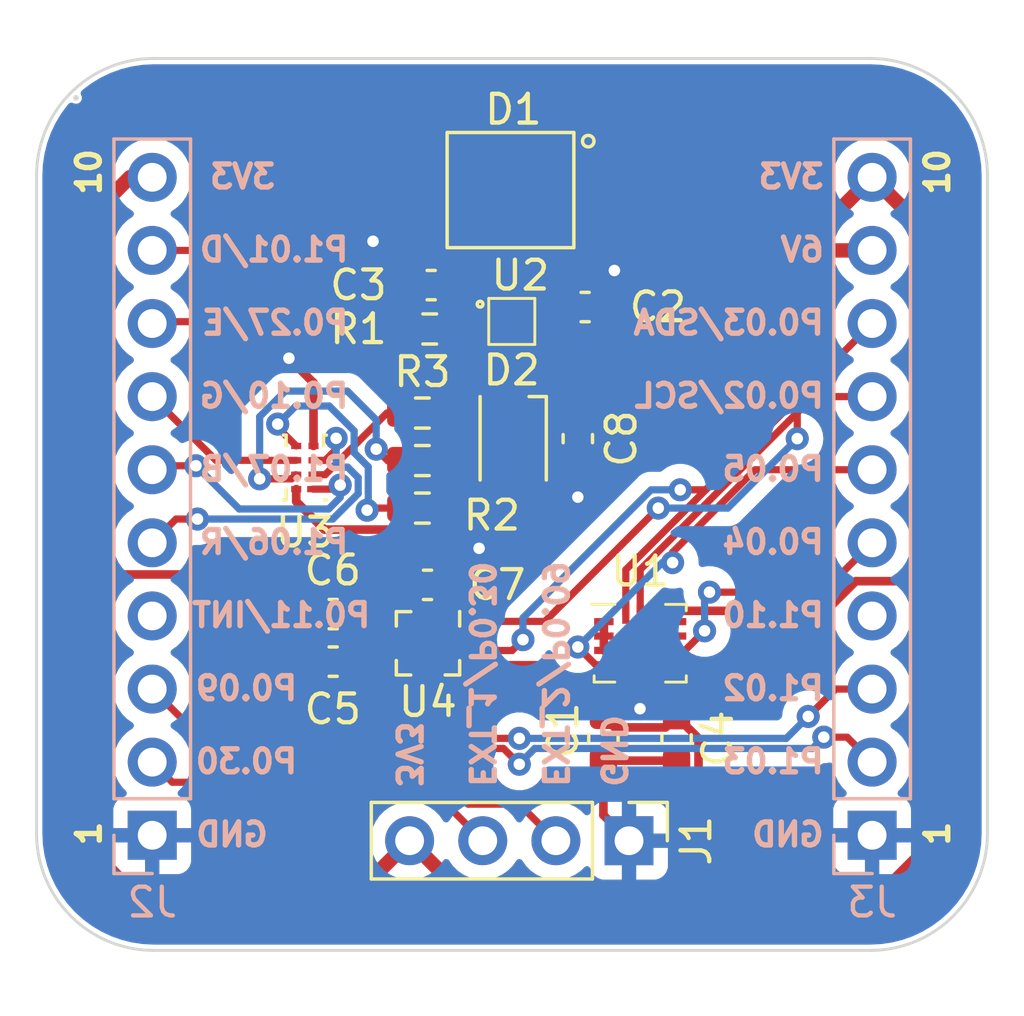
<source format=kicad_pcb>
(kicad_pcb (version 20221018) (generator pcbnew)
  (layers (0 "F.Cu" signal) (31 "B.Cu" power) (34 "B.Paste" user) (35 "F.Paste" user) (36 "B.SilkS" user "B.Silkscreen") (37 "F.SilkS" user "F.Silkscreen") (38 "B.Mask" user) (39 "F.Mask" user) (44 "Edge.Cuts" user))
  (net 0 "")
  (net 1 "GND")
  (net 2 "+3V3")
  (net 3 "Net-(D1-A)")
  (net 4 "Net-(D1-K)")
  (net 5 "LED_R")
  (net 6 "LED_B")
  (net 7 "SCL")
  (net 8 "SDA")
  (net 9 "LED_G")
  (net 10 "LH2_D")
  (net 11 "LH2_E")
  (net 12 "EXT_2")
  (net 13 "EXT_1")
  (net 14 "+6V")
  (net 15 "INT1")
  (net 17 "Net-(D2-RK)")
  (net 18 "Net-(D2-BK)")
  (net 19 "Net-(D2-GK)")
  (net 21 "INT2")
  (net 22 "Net-(U2-AVDD)")
  (net 23 "Net-(U2-RBIAS)")
  (net 24 "Net-(R2-Pad1)")
  (net 25 "Net-(R3-Pad1)")
  (net 26 "Net-(R4-Pad1)")
  (net 29 "Net-(U4-C1)")
  (net 30 "Net-(U4-Vdd)")
  (net 31 "INT")
  (net 32 "DRDY")
  (footprint "Resistor_SMD:R_0603_1608Metric" (layer "F.Cu") (at 139.382 108.331)
    (fp_text reference "R3" (at 0 -1.43) (layer "F.SilkS"))
    (fp_text value "470")
    (fp_line (start -0.237258 -0.5225) (end 0.237258 -0.5225) (stroke (width 0.12)) (layer "F.SilkS"))
    (fp_line (start -0.237258 0.5225) (end 0.237258 0.5225) (stroke (width 0.12)) (layer "F.SilkS"))
    (pad "1" smd roundrect (at -0.825 0) (size 0.8 0.95) (layers "F.Cu" "F.Paste" "F.Mask") (net 25 "Net-(R3-Pad1)"))
    (pad "2" smd roundrect (at 0.825 0) (size 0.8 0.95) (layers "F.Cu" "F.Paste" "F.Mask") (net 19 "Net-(D2-GK)"))
  )
  (footprint "Resistor_SMD:R_0603_1608Metric" (layer "F.Cu") (at 139.382 109.982)
    (fp_text reference "R4" hide)
    (fp_text value "261")
    (fp_line (start -0.237258 -0.5225) (end 0.237258 -0.5225) (stroke (width 0.12)) (layer "F.SilkS"))
    (fp_line (start -0.237258 0.5225) (end 0.237258 0.5225) (stroke (width 0.12)) (layer "F.SilkS"))
    (pad "1" smd roundrect (at -0.825 0) (size 0.8 0.95) (layers "F.Cu" "F.Paste" "F.Mask") (net 26 "Net-(R4-Pad1)"))
    (pad "2" smd roundrect (at 0.825 0) (size 0.8 0.95) (layers "F.Cu" "F.Paste" "F.Mask") (net 18 "Net-(D2-BK)"))
  )
  (footprint "DotBot:TS4231" (layer "F.Cu") (at 142.486 105.148)
    (fp_text reference "U2" (at 0.3 -1.6) (layer "F.SilkS"))
    (fp_text value "TS4231")
    (fp_line (start -0.8 -0.8) (end 0.8 -0.8) (stroke (width 0.1)) (layer "F.SilkS"))
    (fp_line (start -0.8 0.8) (end -0.8 -0.8) (stroke (width 0.1)) (layer "F.SilkS"))
    (fp_line (start 0.8 -0.8) (end 0.8 0.8) (stroke (width 0.1)) (layer "F.SilkS"))
    (fp_line (start 0.8 0.8) (end -0.8 0.8) (stroke (width 0.1)) (layer "F.SilkS"))
    (fp_circle (center -1.1 -0.6) (end -1 -0.6) (stroke (width 0.12)) (fill none) (layer "F.SilkS"))
    (pad "A1" smd circle (at -0.5 -0.5) (size 0.4 0.4) (layers "F.Cu" "F.Paste" "F.Mask") (net 22 "Net-(U2-AVDD)"))
    (pad "A2" smd circle (at 0 -0.5) (size 0.4 0.4) (layers "F.Cu" "F.Paste" "F.Mask") (net 3 "Net-(D1-A)"))
    (pad "A3" smd circle (at 0.5 -0.5) (size 0.4 0.4) (layers "F.Cu" "F.Paste" "F.Mask") (net 4 "Net-(D1-K)"))
    (pad "B1" smd circle (at -0.5 0) (size 0.4 0.4) (layers "F.Cu" "F.Paste" "F.Mask") (net 23 "Net-(U2-RBIAS)"))
    (pad "B2" smd circle (at 0 0) (size 0.4 0.4) (layers "F.Cu" "F.Paste" "F.Mask") (net 1 "GND"))
    (pad "B3" smd circle (at 0.5 0) (size 0.4 0.4) (layers "F.Cu" "F.Paste" "F.Mask") (net 1 "GND"))
    (pad "C1" smd circle (at -0.5 0.5) (size 0.4 0.4) (layers "F.Cu" "F.Paste" "F.Mask") (net 10 "LH2_D"))
    (pad "C2" smd circle (at 0 0.5) (size 0.4 0.4) (layers "F.Cu" "F.Paste" "F.Mask") (net 11 "LH2_E"))
    (pad "C3" smd circle (at 0.5 0.5) (size 0.4 0.4) (layers "F.Cu" "F.Paste" "F.Mask") (net 2 "+3V3"))
  )
  (footprint "Package_LGA:LGA-12_2x2mm_P0.5mm" (layer "F.Cu") (at 139.577 116.3315 -90)
    (fp_text reference "U4" (at 2.0325 0.004 -180) (layer "F.SilkS"))
    (fp_text value "LIS3MDL")
    (fp_line (start -1.1 -1.1) (end -1.1 -1.1) (stroke (width 0.12)) (layer "F.SilkS"))
    (fp_line (start -1.1 0.6) (end -1.1 0.6) (stroke (width 0.12)) (layer "F.SilkS"))
    (fp_line (start -1.1 1.1) (end -1.1 0.6) (stroke (width 0.12)) (layer "F.SilkS"))
    (fp_line (start -0.6 -1.1) (end -1.1 -1.1) (stroke (width 0.12)) (layer "F.SilkS"))
    (fp_line (start -0.6 1.1) (end -1.1 1.1) (stroke (width 0.12)) (layer "F.SilkS"))
    (fp_line (start 0.6 -1.1) (end 1.1 -1.1) (stroke (width 0.12)) (layer "F.SilkS"))
    (fp_line (start 0.6 1.1) (end 0.6 1.1) (stroke (width 0.12)) (layer "F.SilkS"))
    (fp_line (start 1.1 -1.1) (end 1.1 -0.6) (stroke (width 0.12)) (layer "F.SilkS"))
    (fp_line (start 1.1 -0.6) (end 1.1 -0.6) (stroke (width 0.12)) (layer "F.SilkS"))
    (fp_line (start 1.1 0.6) (end 1.1 1.1) (stroke (width 0.12)) (layer "F.SilkS"))
    (fp_line (start 1.1 1.1) (end 0.6 1.1) (stroke (width 0.12)) (layer "F.SilkS"))
    (pad "1" smd rect (at -0.7625 -0.75 270) (size 0.375 0.35) (layers "F.Cu" "F.Paste" "F.Mask") (net 7 "SCL"))
    (pad "2" smd rect (at -0.7625 -0.25 270) (size 0.375 0.35) (layers "F.Cu" "F.Paste" "F.Mask") (net 1 "GND"))
    (pad "3" smd rect (at -0.7625 0.25 270) (size 0.375 0.35) (layers "F.Cu" "F.Paste" "F.Mask") (net 1 "GND"))
    (pad "4" smd rect (at -0.7625 0.75 270) (size 0.375 0.35) (layers "F.Cu" "F.Paste" "F.Mask") (net 29 "Net-(U4-C1)"))
    (pad "5" smd rect (at -0.25 0.7625) (size 0.375 0.35) (layers "F.Cu" "F.Paste" "F.Mask") (net 30 "Net-(U4-Vdd)"))
    (pad "6" smd rect (at 0.25 0.7625) (size 0.375 0.35) (layers "F.Cu" "F.Paste" "F.Mask") (net 2 "+3V3"))
    (pad "7" smd rect (at 0.7625 0.75 270) (size 0.375 0.35) (layers "F.Cu" "F.Paste" "F.Mask") (net 31 "INT"))
    (pad "8" smd rect (at 0.7625 0.25 270) (size 0.375 0.35) (layers "F.Cu" "F.Paste" "F.Mask") (net 32 "DRDY"))
    (pad "9" smd rect (at 0.7625 -0.25 270) (size 0.375 0.35) (layers "F.Cu" "F.Paste" "F.Mask") (net 1 "GND"))
    (pad "10" smd rect (at 0.7625 -0.75 270) (size 0.375 0.35) (layers "F.Cu" "F.Paste" "F.Mask") (net 2 "+3V3"))
    (pad "11" smd rect (at 0.25 -0.7625) (size 0.375 0.35) (layers "F.Cu" "F.Paste" "F.Mask") (net 8 "SDA"))
    (pad "12" smd rect (at -0.25 -0.7625) (size 0.375 0.35) (layers "F.Cu" "F.Paste" "F.Mask") (net 1 "GND"))
  )
  (footprint "Capacitor_SMD:C_0603_1608Metric" (layer "F.Cu") (at 144.78 109.22 -90)
    (fp_text reference "C8" (at 0 -1.511 90) (layer "F.SilkS"))
    (fp_text value "100nF")
    (fp_line (start -0.14058 -0.51) (end 0.14058 -0.51) (stroke (width 0.12)) (layer "F.SilkS"))
    (fp_line (start -0.14058 0.51) (end 0.14058 0.51) (stroke (width 0.12)) (layer "F.SilkS"))
    (pad "1" smd roundrect (at -0.775 0 270) (size 0.9 0.95) (layers "F.Cu" "F.Paste" "F.Mask") (net 14 "+6V"))
    (pad "2" smd roundrect (at 0.775 0 270) (size 0.9 0.95) (layers "F.Cu" "F.Paste" "F.Mask") (net 1 "GND"))
  )
  (footprint "Connector_PinHeader_2.54mm:PinHeader_1x04_P2.54mm_Vertical" (layer "F.Cu") (at 146.558 123.19 -90)
    (fp_text reference "J1" (at 0 -2.33 90) (layer "F.SilkS"))
    (fp_text value "Conn_01x04")
    (fp_line (start -1.33 -1.33) (end 0 -1.33) (stroke (width 0.12)) (layer "F.SilkS"))
    (fp_line (start -1.33 0) (end -1.33 -1.33) (stroke (width 0.12)) (layer "F.SilkS"))
    (fp_line (start -1.33 1.27) (end -1.33 8.95) (stroke (width 0.12)) (layer "F.SilkS"))
    (fp_line (start -1.33 1.27) (end 1.33 1.27) (stroke (width 0.12)) (layer "F.SilkS"))
    (fp_line (start -1.33 8.95) (end 1.33 8.95) (stroke (width 0.12)) (layer "F.SilkS"))
    (fp_line (start 1.33 1.27) (end 1.33 8.95) (stroke (width 0.12)) (layer "F.SilkS"))
    (pad "1" thru_hole rect (at 0 0 270) (size 1.7 1.7) (drill 1) (layers "*.Cu" "*.Mask") (net 1 "GND"))
    (pad "2" thru_hole oval (at 0 2.54 270) (size 1.7 1.7) (drill 1) (layers "*.Cu" "*.Mask") (net 12 "EXT_2"))
    (pad "3" thru_hole oval (at 0 5.08 270) (size 1.7 1.7) (drill 1) (layers "*.Cu" "*.Mask") (net 13 "EXT_1"))
    (pad "4" thru_hole oval (at 0 7.62 270) (size 1.7 1.7) (drill 1) (layers "*.Cu" "*.Mask") (net 2 "+3V3"))
  )
  (footprint "Capacitor_SMD:C_0603_1608Metric" (layer "F.Cu") (at 145.034 104.648)
    (fp_text reference "C2" (at 2.527 0) (layer "F.SilkS"))
    (fp_text value "100nF")
    (fp_line (start -0.14058 -0.51) (end 0.14058 -0.51) (stroke (width 0.12)) (layer "F.SilkS"))
    (fp_line (start -0.14058 0.51) (end 0.14058 0.51) (stroke (width 0.12)) (layer "F.SilkS"))
    (pad "1" smd roundrect (at -0.775 0) (size 0.9 0.95) (layers "F.Cu" "F.Paste" "F.Mask") (net 1 "GND"))
    (pad "2" smd roundrect (at 0.775 0) (size 0.9 0.95) (layers "F.Cu" "F.Paste" "F.Mask") (net 2 "+3V3"))
  )
  (footprint "Resistor_SMD:R_0603_1608Metric" (layer "F.Cu") (at 139.637 105.41)
    (fp_text reference "R1" (at -2.477 0) (layer "F.SilkS"))
    (fp_text value "15k")
    (fp_line (start -0.237258 -0.5225) (end 0.237258 -0.5225) (stroke (width 0.12)) (layer "F.SilkS"))
    (fp_line (start -0.237258 0.5225) (end 0.237258 0.5225) (stroke (width 0.12)) (layer "F.SilkS"))
    (pad "1" smd roundrect (at -0.825 0) (size 0.8 0.95) (layers "F.Cu" "F.Paste" "F.Mask") (net 1 "GND"))
    (pad "2" smd roundrect (at 0.825 0) (size 0.8 0.95) (layers "F.Cu" "F.Paste" "F.Mask") (net 23 "Net-(U2-RBIAS)"))
  )
  (footprint "Capacitor_SMD:C_0603_1608Metric" (layer "F.Cu") (at 145.669 119.634 -90)
    (fp_text reference "C1" (at -0.267 1.397 90) (layer "F.SilkS"))
    (fp_text value "100nF")
    (fp_line (start -0.14058 -0.51) (end 0.14058 -0.51) (stroke (width 0.12)) (layer "F.SilkS"))
    (fp_line (start -0.14058 0.51) (end 0.14058 0.51) (stroke (width 0.12)) (layer "F.SilkS"))
    (pad "1" smd roundrect (at -0.775 0 270) (size 0.9 0.95) (layers "F.Cu" "F.Paste" "F.Mask") (net 2 "+3V3"))
    (pad "2" smd roundrect (at 0.775 0 270) (size 0.9 0.95) (layers "F.Cu" "F.Paste" "F.Mask") (net 1 "GND"))
  )
  (footprint "LED_SMD:LED_Cree-PLCC4_2x2mm_CW" (layer "F.Cu") (at 142.536 109.208 -90)
    (fp_text reference "D2" (at -2.363821 0.05718 -180) (layer "F.SilkS"))
    (fp_text value "CLMVC-FKA")
    (fp_line (start -1.45 -1.15) (end 1.45 -1.15) (stroke (width 0.12)) (layer "F.SilkS"))
    (fp_line (start -1.45 -0.55) (end -1.45 -1.15) (stroke (width 0.12)) (layer "F.SilkS"))
    (fp_line (start -1.45 1.15) (end 1.45 1.15) (stroke (width 0.12)) (layer "F.SilkS"))
    (pad "1" smd rect (at -0.75 -0.55 270) (size 1 0.8) (layers "F.Cu" "F.Paste" "F.Mask") (net 14 "+6V"))
    (pad "2" smd rect (at 0.75 -0.55 270) (size 1 0.8) (layers "F.Cu" "F.Paste" "F.Mask") (net 17 "Net-(D2-RK)"))
    (pad "3" smd rect (at 0.75 0.55 270) (size 1 0.8) (layers "F.Cu" "F.Paste" "F.Mask") (net 18 "Net-(D2-BK)"))
    (pad "4" smd rect (at -0.75 0.55 270) (size 1 0.8) (layers "F.Cu" "F.Paste" "F.Mask") (net 19 "Net-(D2-GK)"))
  )
  (footprint "Package_LGA:Bosch_LGA-14_3x2.5mm_P0.5mm" (layer "F.Cu") (at 146.9465 116.3285)
    (fp_text reference "U1" (at 0 -2.5) (layer "F.SilkS"))
    (fp_text value "ISM330DHCXTR")
    (fp_line (start -1.7 -1.35) (end -0.88 -1.35) (stroke (width 0.1)) (layer "F.SilkS"))
    (fp_line (start -1.6 1.35) (end -1.6 1.13) (stroke (width 0.1)) (layer "F.SilkS"))
    (fp_line (start -1.6 1.35) (end -0.88 1.35) (stroke (width 0.1)) (layer "F.SilkS"))
    (fp_line (start 0.88 -1.35) (end 1.6 -1.35) (stroke (width 0.1)) (layer "F.SilkS"))
    (fp_line (start 1.6 -1.35) (end 1.6 -1.13) (stroke (width 0.1)) (layer "F.SilkS"))
    (fp_line (start 1.6 1.13) (end 1.6 1.35) (stroke (width 0.1)) (layer "F.SilkS"))
    (fp_line (start 1.6 1.35) (end 0.88 1.35) (stroke (width 0.1)) (layer "F.SilkS"))
    (pad "1" smd rect (at -1.2625 -0.75) (size 0.675 0.25) (layers "F.Cu" "F.Paste" "F.Mask") (net 1 "GND"))
    (pad "2" smd rect (at -1.2625 -0.25) (size 0.675 0.25) (layers "F.Cu" "F.Paste" "F.Mask") (net 1 "GND"))
    (pad "3" smd rect (at -1.2625 0.25) (size 0.675 0.25) (layers "F.Cu" "F.Paste" "F.Mask") (net 1 "GND"))
    (pad "4" smd rect (at -1.2625 0.75) (size 0.675 0.25) (layers "F.Cu" "F.Paste" "F.Mask") (net 15 "INT1"))
    (pad "5" smd rect (at -0.5 1.0125) (size 0.25 0.675) (layers "F.Cu" "F.Paste" "F.Mask") (net 2 "+3V3"))
    (pad "6" smd rect (at 0 1.0125) (size 0.25 0.675) (layers "F.Cu" "F.Paste" "F.Mask") (net 1 "GND"))
    (pad "7" smd rect (at 0.5 1.0125) (size 0.25 0.675) (layers "F.Cu" "F.Paste" "F.Mask") (net 1 "GND"))
    (pad "8" smd rect (at 1.2625 0.75) (size 0.675 0.25) (layers "F.Cu" "F.Paste" "F.Mask") (net 2 "+3V3"))
    (pad "9" smd rect (at 1.2625 0.25) (size 0.675 0.25) (layers "F.Cu" "F.Paste" "F.Mask") (net 21 "INT2"))
    (pad "10" smd rect (at 1.2625 -0.25) (size 0.675 0.25) (layers "F.Cu" "F.Paste" "F.Mask"))
    (pad "11" smd rect (at 1.2625 -0.75) (size 0.675 0.25) (layers "F.Cu" "F.Paste" "F.Mask"))
    (pad "12" smd rect (at 0.5 -1.0125) (size 0.25 0.675) (layers "F.Cu" "F.Paste" "F.Mask") (net 2 "+3V3"))
    (pad "13" smd rect (at 0 -1.0125) (size 0.25 0.675) (layers "F.Cu" "F.Paste" "F.Mask") (net 7 "SCL"))
    (pad "14" smd rect (at -0.5 -1.0125) (size 0.25 0.675) (layers "F.Cu" "F.Paste" "F.Mask") (net 8 "SDA"))
  )
  (footprint "Resistor_SMD:R_0603_1608Metric" (layer "F.Cu") (at 139.382 111.633)
    (fp_text reference "R2" (at 2.413 0.254) (layer "F.SilkS"))
    (fp_text value "240")
    (fp_line (start -0.237258 -0.5225) (end 0.237258 -0.5225) (stroke (width 0.12)) (layer "F.SilkS"))
    (fp_line (start -0.237258 0.5225) (end 0.237258 0.5225) (stroke (width 0.12)) (layer "F.SilkS"))
    (pad "1" smd roundrect (at -0.825 0) (size 0.8 0.95) (layers "F.Cu" "F.Paste" "F.Mask") (net 24 "Net-(R2-Pad1)"))
    (pad "2" smd roundrect (at 0.825 0) (size 0.8 0.95) (layers "F.Cu" "F.Paste" "F.Mask") (net 17 "Net-(D2-RK)"))
  )
  (footprint "Capacitor_SMD:C_0603_1608Metric" (layer "F.Cu") (at 139.687 103.886)
    (fp_text reference "C3" (at -2.527 0) (layer "F.SilkS"))
    (fp_text value "1uF")
    (fp_line (start -0.14058 -0.51) (end 0.14058 -0.51) (stroke (width 0.12)) (layer "F.SilkS"))
    (fp_line (start -0.14058 0.51) (end 0.14058 0.51) (stroke (width 0.12)) (layer "F.SilkS"))
    (pad "1" smd roundrect (at -0.775 0) (size 0.9 0.95) (layers "F.Cu" "F.Paste" "F.Mask") (net 1 "GND"))
    (pad "2" smd roundrect (at 0.775 0) (size 0.9 0.95) (layers "F.Cu" "F.Paste" "F.Mask") (net 22 "Net-(U2-AVDD)"))
  )
  (footprint "Capacitor_SMD:C_0603_1608Metric" (layer "F.Cu") (at 148.209 119.647 -90)
    (fp_text reference "C4" (at 0 -1.43 90) (layer "F.SilkS"))
    (fp_text value "100nF")
    (fp_line (start -0.14058 -0.51) (end 0.14058 -0.51) (stroke (width 0.12)) (layer "F.SilkS"))
    (fp_line (start -0.14058 0.51) (end 0.14058 0.51) (stroke (width 0.12)) (layer "F.SilkS"))
    (pad "1" smd roundrect (at -0.775 0 270) (size 0.9 0.95) (layers "F.Cu" "F.Paste" "F.Mask") (net 2 "+3V3"))
    (pad "2" smd roundrect (at 0.775 0 270) (size 0.9 0.95) (layers "F.Cu" "F.Paste" "F.Mask") (net 1 "GND"))
  )
  (footprint "DotBot:BPW34" (layer "F.Cu") (at 142.442 100.584)
    (fp_text reference "D1" (at 0.1 -2.8) (layer "F.SilkS"))
    (fp_text value "BPW34S")
    (fp_line (start -2.2 -2) (end 2.2 -2) (stroke (width 0.12)) (layer "F.SilkS"))
    (fp_line (start -2.2 2) (end -2.2 -2) (stroke (width 0.12)) (layer "F.SilkS"))
    (fp_line (start 2.2 -2) (end 2.2 2) (stroke (width 0.12)) (layer "F.SilkS"))
    (fp_line (start 2.2 2) (end -2.2 2) (stroke (width 0.12)) (layer "F.SilkS"))
    (fp_circle (center 2.7 -1.7) (end 2.9 -1.7) (stroke (width 0.12)) (fill none) (layer "F.SilkS"))
    (pad "1" smd rect (at 3.1 0) (size 1.4 2) (layers "F.Cu" "F.Paste" "F.Mask") (net 4 "Net-(D1-K)"))
    (pad "2" smd rect (at -3 0) (size 1.4 1.2) (layers "F.Cu" "F.Paste" "F.Mask") (net 3 "Net-(D1-A)"))
  )
  (footprint "DotBot:SOT833-1-8_1x1.95_Pitch0.5mm" (layer "F.Cu") (at 135.301 110.224 180)
    (fp_text reference "U3" (at 0 -2.25 180) (layer "F.SilkS"))
    (fp_text value "74LVC3G34")
    (fp_line (start -0.75 -1.125) (end -0.675 -1.125) (stroke (width 0.12)) (layer "F.SilkS"))
    (fp_line (start -0.75 1.125) (end -0.65 1.125) (stroke (width 0.12)) (layer "F.SilkS"))
    (fp_line (start -0.65 1.125) (end -0.65 0.75) (stroke (width 0.12)) (layer "F.SilkS"))
    (fp_line (start 0.65 -1.125) (end 0.65 -0.75) (stroke (width 0.12)) (layer "F.SilkS"))
    (fp_line (start 0.65 1.125) (end 0.65 0.75) (stroke (width 0.12)) (layer "F.SilkS"))
    (fp_line (start 0.75 -1.125) (end 0.65 -1.125) (stroke (width 0.12)) (layer "F.SilkS"))
    (fp_line (start 0.75 1.125) (end 0.65 1.125) (stroke (width 0.12)) (layer "F.SilkS"))
    (pad "1" smd rect (at -0.28 -0.75 180) (size 0.4 0.22) (layers "F.Cu" "F.Paste" "F.Mask") (net 6 "LED_B"))
    (pad "2" smd rect (at -0.3 -0.25 270) (size 0.22 0.35) (layers "F.Cu" "F.Paste" "F.Mask") (net 25 "Net-(R3-Pad1)"))
    (pad "3" smd rect (at -0.3 0.25 270) (size 0.22 0.35) (layers "F.Cu" "F.Paste" "F.Mask") (net 5 "LED_R"))
    (pad "4" smd rect (at -0.3 0.75 270) (size 0.22 0.35) (layers "F.Cu" "F.Paste" "F.Mask") (net 1 "GND"))
    (pad "5" smd rect (at 0.3 0.75 270) (size 0.22 0.35) (layers "F.Cu" "F.Paste" "F.Mask") (net 24 "Net-(R2-Pad1)"))
    (pad "6" smd rect (at 0.3 0.25 270) (size 0.22 0.35) (layers "F.Cu" "F.Paste" "F.Mask") (net 9 "LED_G"))
    (pad "7" smd rect (at 0.3 -0.25 270) (size 0.22 0.35) (layers "F.Cu" "F.Paste" "F.Mask") (net 26 "Net-(R4-Pad1)"))
    (pad "8" smd rect (at 0.3 -0.75 270) (size 0.22 0.35) (layers "F.Cu" "F.Paste" "F.Mask") (net 14 "+6V"))
  )
  (footprint "Capacitor_SMD:C_0603_1608Metric" (layer "F.Cu") (at 136.284 115.316)
    (fp_text reference "C6" (at -0.013 -1.524) (layer "F.SilkS"))
    (fp_text value "1uF")
    (fp_line (start -0.14058 -0.51) (end 0.14058 -0.51) (stroke (width 0.12)) (layer "F.SilkS"))
    (fp_line (start -0.14058 0.51) (end 0.14058 0.51) (stroke (width 0.12)) (layer "F.SilkS"))
    (pad "1" smd roundrect (at -0.775 0) (size 0.9 0.95) (layers "F.Cu" "F.Paste" "F.Mask") (net 2 "+3V3"))
    (pad "2" smd roundrect (at 0.775 0) (size 0.9 0.95) (layers "F.Cu" "F.Paste" "F.Mask") (net 30 "Net-(U4-Vdd)"))
  )
  (footprint "Capacitor_SMD:C_0603_1608Metric" (layer "F.Cu") (at 136.284 116.967)
    (fp_text reference "C5" (at -0.013 1.651 180) (layer "F.SilkS"))
    (fp_text value "100nF")
    (fp_line (start -0.14058 -0.51) (end 0.14058 -0.51) (stroke (width 0.12)) (layer "F.SilkS"))
    (fp_line (start -0.14058 0.51) (end 0.14058 0.51) (stroke (width 0.12)) (layer "F.SilkS"))
    (pad "1" smd roundrect (at -0.775 0) (size 0.9 0.95) (layers "F.Cu" "F.Paste" "F.Mask") (net 2 "+3V3"))
    (pad "2" smd roundrect (at 0.775 0) (size 0.9 0.95) (layers "F.Cu" "F.Paste" "F.Mask") (net 30 "Net-(U4-Vdd)"))
  )
  (footprint "Capacitor_SMD:C_0603_1608Metric" (layer "F.Cu") (at 139.56 114.3)
    (fp_text reference "C7" (at 2.426 0) (layer "F.SilkS"))
    (fp_text value "100nF")
    (fp_line (start -0.14058 -0.51) (end 0.14058 -0.51) (stroke (width 0.12)) (layer "F.SilkS"))
    (fp_line (start -0.14058 0.51) (end 0.14058 0.51) (stroke (width 0.12)) (layer "F.SilkS"))
    (pad "1" smd roundrect (at -0.775 0) (size 0.9 0.95) (layers "F.Cu" "F.Paste" "F.Mask") (net 29 "Net-(U4-C1)"))
    (pad "2" smd roundrect (at 0.775 0) (size 0.9 0.95) (layers "F.Cu" "F.Paste" "F.Mask") (net 1 "GND"))
  )
  (footprint "Connector_PinHeader_2.54mm:PinHeader_1x10_P2.54mm_Vertical" (layer "B.Cu") (at 155 123)
    (fp_text reference "J3" (at 0 2.33) (layer "B.SilkS") (effects (justify mirror)))
    (fp_text value "Conn_01x10")
    (fp_line (start -1.33 -24.19) (end 1.33 -24.19) (stroke (width 0.12)) (layer "B.SilkS"))
    (fp_line (start -1.33 -1.27) (end -1.33 -24.19) (stroke (width 0.12)) (layer "B.SilkS"))
    (fp_line (start -1.33 -1.27) (end 1.33 -1.27) (stroke (width 0.12)) (layer "B.SilkS"))
    (fp_line (start -1.33 0) (end -1.33 1.33) (stroke (width 0.12)) (layer "B.SilkS"))
    (fp_line (start -1.33 1.33) (end 0 1.33) (stroke (width 0.12)) (layer "B.SilkS"))
    (fp_line (start 1.33 -1.27) (end 1.33 -24.19) (stroke (width 0.12)) (layer "B.SilkS"))
    (pad "1" thru_hole rect (at 0 0) (size 1.7 1.7) (drill 1) (layers "*.Cu" "*.Mask") (net 1 "GND"))
    (pad "2" thru_hole oval (at 0 -2.54) (size 1.7 1.7) (drill 1) (layers "*.Cu" "*.Mask") (net 31 "INT"))
    (pad "3" thru_hole oval (at 0 -5.08) (size 1.7 1.7) (drill 1) (layers "*.Cu" "*.Mask") (net 32 "DRDY"))
    (pad "4" thru_hole oval (at 0 -7.62) (size 1.7 1.7) (drill 1) (layers "*.Cu" "*.Mask"))
    (pad "5" thru_hole oval (at 0 -10.16) (size 1.7 1.7) (drill 1) (layers "*.Cu" "*.Mask") (net 21 "INT2"))
    (pad "6" thru_hole oval (at 0 -12.7) (size 1.7 1.7) (drill 1) (layers "*.Cu" "*.Mask") (net 15 "INT1"))
    (pad "7" thru_hole oval (at 0 -15.24) (size 1.7 1.7) (drill 1) (layers "*.Cu" "*.Mask") (net 7 "SCL"))
    (pad "8" thru_hole oval (at 0 -17.78) (size 1.7 1.7) (drill 1) (layers "*.Cu" "*.Mask") (net 8 "SDA"))
    (pad "9" thru_hole oval (at 0 -20.32) (size 1.7 1.7) (drill 1) (layers "*.Cu" "*.Mask") (net 14 "+6V"))
    (pad "10" thru_hole oval (at 0 -22.86) (size 1.7 1.7) (drill 1) (layers "*.Cu" "*.Mask") (net 2 "+3V3"))
  )
  (footprint "Connector_PinHeader_2.54mm:PinHeader_1x10_P2.54mm_Vertical" (layer "B.Cu") (at 130 123)
    (fp_text reference "J2" (at 0 2.33) (layer "B.SilkS") (effects (justify mirror)))
    (fp_text value "Conn_01x10")
    (fp_line (start -1.33 -24.19) (end 1.33 -24.19) (stroke (width 0.12)) (layer "B.SilkS"))
    (fp_line (start -1.33 -1.27) (end -1.33 -24.19) (stroke (width 0.12)) (layer "B.SilkS"))
    (fp_line (start -1.33 -1.27) (end 1.33 -1.27) (stroke (width 0.12)) (layer "B.SilkS"))
    (fp_line (start -1.33 0) (end -1.33 1.33) (stroke (width 0.12)) (layer "B.SilkS"))
    (fp_line (start -1.33 1.33) (end 0 1.33) (stroke (width 0.12)) (layer "B.SilkS"))
    (fp_line (start 1.33 -1.27) (end 1.33 -24.19) (stroke (width 0.12)) (layer "B.SilkS"))
    (pad "1" thru_hole rect (at 0 0) (size 1.7 1.7) (drill 1) (layers "*.Cu" "*.Mask") (net 1 "GND"))
    (pad "2" thru_hole oval (at 0 -2.54) (size 1.7 1.7) (drill 1) (layers "*.Cu" "*.Mask") (net 13 "EXT_1"))
    (pad "3" thru_hole oval (at 0 -5.08) (size 1.7 1.7) (drill 1) (layers "*.Cu" "*.Mask") (net 12 "EXT_2"))
    (pad "4" thru_hole oval (at 0 -7.62) (size 1.7 1.7) (drill 1) (layers "*.Cu" "*.Mask"))
    (pad "5" thru_hole oval (at 0 -10.16) (size 1.7 1.7) (drill 1) (layers "*.Cu" "*.Mask") (net 5 "LED_R"))
    (pad "6" thru_hole oval (at 0 -12.7) (size 1.7 1.7) (drill 1) (layers "*.Cu" "*.Mask") (net 6 "LED_B"))
    (pad "7" thru_hole oval (at 0 -15.24) (size 1.7 1.7) (drill 1) (layers "*.Cu" "*.Mask") (net 9 "LED_G"))
    (pad "8" thru_hole oval (at 0 -17.78) (size 1.7 1.7) (drill 1) (layers "*.Cu" "*.Mask") (net 11 "LH2_E"))
    (pad "9" thru_hole oval (at 0 -20.32) (size 1.7 1.7) (drill 1) (layers "*.Cu" "*.Mask") (net 10 "LH2_D"))
    (pad "10" thru_hole oval (at 0 -22.86) (size 1.7 1.7) (drill 1) (layers "*.Cu" "*.Mask") (net 2 "+3V3"))
  )
  (gr_line (start 125.984 122.936) (end 125.984 100.076) (stroke (width 0.1)) (layer "Edge.Cuts"))
  (gr_arc (start 125.984 100.076) (mid 127.174318 97.202318) (end 130.048 96.012) (stroke (width 0.1)) (layer "Edge.Cuts"))
  (gr_arc (start 127.353923 97.381923) (mid 127.353923 97.381923) (end 127.353923 97.381923) (stroke (width 0.1)) (layer "Edge.Cuts"))
  (gr_arc (start 130.048 127) (mid 127.174318 125.809682) (end 125.984 122.936) (stroke (width 0.1)) (layer "Edge.Cuts"))
  (gr_arc (start 159.004 122.936) (mid 157.813682 125.809682) (end 154.94 127) (stroke (width 0.1)) (layer "Edge.Cuts"))
  (gr_line (start 159.004 122.936) (end 159.004 100.076) (stroke (width 0.1)) (layer "Edge.Cuts"))
  (gr_line (start 154.94 96.012) (end 130.048 96.012) (stroke (width 0.1)) (layer "Edge.Cuts"))
  (gr_arc (start 154.94 96.012) (mid 157.813682 97.202318) (end 159.004 100.076) (stroke (width 0.1)) (layer "Edge.Cuts"))
  (gr_line (start 130.048 127) (end 154.94 127) (stroke (width 0.1)) (layer "Edge.Cuts"))
  (gr_text "EXT_1/P0.30" (at 140.97 121.412 270) (layer "B.SilkS") (effects (font (size 0.8 0.8) (thickness 0.1875)) (justify left bottom mirror)))
  (gr_text "P1.01/D" (at 136.906 103.124) (layer "B.SilkS") (effects (font (size 0.8 0.8) (thickness 0.1875)) (justify left bottom mirror)))
  (gr_text "P1.07/B" (at 136.906 110.744) (layer "B.SilkS") (effects (font (size 0.8 0.8) (thickness 0.1875)) (justify left bottom mirror)))
  (gr_text "P1.06/R" (at 136.906 113.284) (layer "B.SilkS") (effects (font (size 0.8 0.8) (thickness 0.1875)) (justify left bottom mirror)))
  (gr_text "P1.03" (at 153.416 120.904) (layer "B.SilkS") (effects (font (size 0.8 0.8) (thickness 0.1875)) (justify left bottom mirror)))
  (gr_text "P0.30" (at 135.128 120.904) (layer "B.SilkS") (effects (font (size 0.8 0.8) (thickness 0.1875)) (justify left bottom mirror)))
  (gr_text "P0.11/INT" (at 137.668 115.824) (layer "B.SilkS") (effects (font (size 0.8 0.8) (thickness 0.1875)) (justify left bottom mirror)))
  (gr_text "P0.09" (at 135.128 118.364) (layer "B.SilkS") (effects (font (size 0.8 0.8) (thickness 0.1875)) (justify left bottom mirror)))
  (gr_text "GND" (at 145.542 121.412 270) (layer "B.SilkS") (effects (font (size 0.8 0.8) (thickness 0.1875)) (justify left bottom mirror)))
  (gr_text "P0.05" (at 153.416 110.744) (layer "B.SilkS") (effects (font (size 0.8 0.8) (thickness 0.1875)) (justify left bottom mirror)))
  (gr_text "3V3" (at 153.416 100.584) (layer "B.SilkS") (effects (font (size 0.8 0.8) (thickness 0.1875)) (justify left bottom mirror)))
  (gr_text "GND" (at 153.416 123.444) (layer "B.SilkS") (effects (font (size 0.8 0.8) (thickness 0.1875)) (justify left bottom mirror)))
  (gr_text "3V3" (at 134.366 100.584) (layer "B.SilkS") (effects (font (size 0.8 0.8) (thickness 0.1875)) (justify left bottom mirror)))
  (gr_text "P0.02/SCL" (at 153.416 108.204) (layer "B.SilkS") (effects (font (size 0.8 0.8) (thickness 0.1875)) (justify left bottom mirror)))
  (gr_text "GND" (at 134.112 123.444) (layer "B.SilkS") (effects (font (size 0.8 0.8) (thickness 0.1875)) (justify left bottom mirror)))
  (gr_text "P0.04" (at 153.416 113.284) (layer "B.SilkS") (effects (font (size 0.8 0.8) (thickness 0.1875)) (justify left bottom mirror)))
  (gr_text "P1.10" (at 153.416 115.824) (layer "B.SilkS") (effects (font (size 0.8 0.8) (thickness 0.1875)) (justify left bottom mirror)))
  (gr_text "P0.27/E" (at 136.906 105.664) (layer "B.SilkS") (effects (font (size 0.8 0.8) (thickness 0.1875)) (justify left bottom mirror)))
  (gr_text "P1.02" (at 153.416 118.364) (layer "B.SilkS") (effects (font (size 0.8 0.8) (thickness 0.1875)) (justify left bottom mirror)))
  (gr_text "P0.10/G" (at 136.906 108.204) (layer "B.SilkS") (effects (font (size 0.8 0.8) (thickness 0.1875)) (justify left bottom mirror)))
  (gr_text "EXT_2/P0.09" (at 143.51 121.412 270) (layer "B.SilkS") (effects (font (size 0.8 0.8) (thickness 0.1875)) (justify left bottom mirror)))
  (gr_text "6V" (at 153.416 103.124) (layer "B.SilkS") (effects (font (size 0.8 0.8) (thickness 0.1875)) (justify left bottom mirror)))
  (gr_text "3V3" (at 138.43 121.412 270) (layer "B.SilkS") (effects (font (size 0.8 0.8) (thickness 0.1875)) (justify left bottom mirror)))
  (gr_text "P0.03/SDA" (at 153.416 105.664) (layer "B.SilkS") (effects (font (size 0.8 0.8) (thickness 0.1875)) (justify left bottom mirror)))
  (gr_text "1" (at 128.27 123.444 90) (layer "F.SilkS") (effects (font (size 0.8 0.8) (thickness 0.1875)) (justify left bottom)))
  (gr_text "10" (at 128.27 100.838 90) (layer "F.SilkS") (effects (font (size 0.8 0.8) (thickness 0.1875)) (justify left bottom)))
  (gr_text "1" (at 157.734 123.444 90) (layer "F.SilkS") (effects (font (size 0.8 0.8) (thickness 0.1875)) (justify left bottom)))
  (gr_text "10" (at 157.734 100.838 90) (layer "F.SilkS") (effects (font (size 0.8 0.8) (thickness 0.1875)) (justify left bottom)))
  (segment (start 145.684 116.5785) (end 145.684 115.5785) (width 0.3) (layer "F.Cu") (net 1))
  (segment (start 146.9465 117.341) (end 146.9465 116.7035) (width 0.3) (layer "F.Cu") (net 1))
  (segment (start 147.4465 117.341) (end 146.9465 117.341) (width 0.3) (layer "F.Cu") (net 1))
  (segment (start 145.529 103.378) (end 146.05 103.378) (width 0.3) (layer "F.Cu") (net 1))
  (segment (start 142.986 105.148) (end 143.759 105.148) (width 0.3) (layer "F.Cu") (net 1))
  (segment (start 146.8215 116.5785) (end 145.684 116.5785) (width 0.3) (layer "F.Cu") (net 1))
  (segment (start 144.259 104.648) (end 145.529 103.378) (width 0.3) (layer "F.Cu") (net 1))
  (segment (start 144.78 109.995) (end 144.78 111.252) (width 0.5) (layer "F.Cu") (net 1))
  (segment (start 138.812 103.986) (end 138.912 103.886) (width 0.5) (layer "F.Cu") (net 1))
  (segment (start 139.827 114.681) (end 140.335 114.173) (width 0.3) (layer "F.Cu") (net 1))
  (segment (start 140.335 114.173) (end 140.335 114.046) (width 0.3) (layer "F.Cu") (net 1))
  (segment (start 140.3395 116.0815) (end 139.852 116.0815) (width 0.3) (layer "F.Cu") (net 1))
  (segment (start 139.852 116.0815) (end 139.827 116.0565) (width 0.3) (layer "F.Cu") (net 1))
  (segment (start 142.486 105.148) (end 142.986 105.148) (width 0.3) (layer "F.Cu") (net 1))
  (segment (start 146.9465 118.596) (end 146.9465 117.341) (width 0.3) (layer "F.Cu") (net 1))
  (segment (start 143.759 105.148) (end 144.259 104.648) (width 0.3) (layer "F.Cu") (net 1))
  (segment (start 138.812 105.41) (end 138.812 103.986) (width 0.5) (layer "F.Cu") (net 1))
  (segment (start 138.912 103.886) (end 138.912 103.606) (width 0.5) (layer "F.Cu") (net 1))
  (segment (start 145.669 120.409) (end 148.196 120.409) (width 0.3) (layer "F.Cu") (net 1))
  (segment (start 140.335 114.046) (end 141.351 113.03) (width 0.3) (layer "F.Cu") (net 1))
  (segment (start 145.669 120.409) (end 145.669 122.301) (width 0.3) (layer "F.Cu") (net 1))
  (segment (start 148.196 120.409) (end 148.209 120.422) (width 0.3) (layer "F.Cu") (net 1))
  (segment (start 139.827 115.569) (end 139.827 114.681) (width 0.3) (layer "F.Cu") (net 1))
  (segment (start 134.747 106.426) (end 135.601 107.28) (width 0.3) (layer "F.Cu") (net 1))
  (segment (start 145.669 122.301) (end 146.558 123.19) (width 0.3) (layer "F.Cu") (net 1))
  (segment (start 139.827 116.1065) (end 139.852 116.0815) (width 0.3) (layer "F.Cu") (net 1))
  (segment (start 139.327 115.569) (end 139.827 115.569) (width 0.3) (layer "F.Cu") (net 1))
  (segment (start 139.827 117.094) (end 139.827 116.1065) (width 0.3) (layer "F.Cu") (net 1))
  (segment (start 138.912 103.606) (end 137.668 102.362) (width 0.5) (layer "F.Cu") (net 1))
  (segment (start 146.9465 116.7035) (end 146.8215 116.5785) (width 0.3) (layer "F.Cu") (net 1))
  (segment (start 146.939 118.6035) (end 146.9465 118.596) (width 0.3) (layer "F.Cu") (net 1))
  (segment (start 135.601 107.28) (end 135.601 109.474) (width 0.3) (layer "F.Cu") (net 1))
  (segment (start 139.827 116.0565) (end 139.827 115.569) (width 0.3) (layer "F.Cu") (net 1))
  (via (at 146.05 103.378) (size 0.8) (drill 0.4) (layers "F.Cu" "B.Cu") (net 1))
  (via (at 144.78 111.252) (size 0.8) (drill 0.4) (layers "F.Cu" "B.Cu") (net 1))
  (via (at 134.747 106.426) (size 0.8) (drill 0.4) (layers "F.Cu" "B.Cu") (net 1))
  (via (at 137.668 102.362) (size 0.8) (drill 0.4) (layers "F.Cu" "B.Cu") (net 1))
  (via (at 141.351 113.03) (size 0.8) (drill 0.4) (layers "F.Cu" "B.Cu") (net 1))
  (via (at 146.939 118.6035) (size 0.8) (drill 0.4) (layers "F.Cu" "B.Cu") (net 1))
  (segment (start 148.209 118.872) (end 148.971 119.634) (width 0.3) (layer "F.Cu") (net 2))
  (segment (start 147.559 115.2035) (end 153.4015 115.2035) (width 0.3) (layer "F.Cu") (net 2))
  (segment (start 146.063 119.253) (end 147.828 119.253) (width 0.3) (layer "F.Cu") (net 2))
  (segment (start 128.016 101.346) (end 129.222 100.14) (width 0.5) (layer "F.Cu") (net 2))
  (segment (start 128.016 114.3) (end 128.016 101.346) (width 0.5) (layer "F.Cu") (net 2))
  (segment (start 138.049 117.0095) (end 138.049 117.729) (width 0.3) (layer "F.Cu") (net 2))
  (segment (start 140.97 125.222) (end 147.828 125.222) (width 0.5) (layer "F.Cu") (net 2))
  (segment (start 136.335 117.819) (end 135.61 117.094) (width 0.3) (layer "F.Cu") (net 2))
  (segment (start 155.178 125.222) (end 156.718 123.682) (width 0.5) (layer "F.Cu") (net 2))
  (segment (start 156.718 123.682) (end 156.718 118.872) (width 0.5) (layer "F.Cu") (net 2))
  (segment (start 156.718 101.858) (end 155 100.14) (width 0.5) (layer "F.Cu") (net 2))
  (segment (start 156.718 103.632) (end 156.718 101.858) (width 0.5) (layer "F.Cu") (net 2))
  (segment (start 128.016 123.698) (end 128.016 114.3) (width 0.5) (layer "F.Cu") (net 2))
  (segment (start 147.828 125.222) (end 148.336 125.222) (width 0.5) (layer "F.Cu") (net 2))
  (segment (start 148.971 119.634) (end 148.971 125.222) (width 0.3) (layer "F.Cu") (net 2))
  (segment (start 156.718 116.967) (end 156.718 116.586) (width 0.5) (layer "F.Cu") (net 2))
  (segment (start 154.432 114.173) (end 156.718 114.173) (width 0.3) (layer "F.Cu") (net 2))
  (segment (start 138.938 123.19) (end 137.16 124.968) (width 0.5) (layer "F.Cu") (net 2))
  (segment (start 137.959 117.819) (end 136.335 117.819) (width 0.3) (layer "F.Cu") (net 2))
  (segment (start 138.938 123.19) (end 140.97 125.222) (width 0.5) (layer "F.Cu") (net 2))
  (segment (start 146.4465 117.341) (end 146.4465 118.0815) (width 0.3) (layer "F.Cu") (net 2))
  (segment (start 156.718 111.506) (end 156.718 110.998) (width 0.5) (layer "F.Cu") (net 2))
  (segment (start 133.518 115.443) (end 132.015 113.94) (width 0.3) (layer "F.Cu") (net 2))
  (segment (start 153.4015 115.2035) (end 154.432 114.173) (width 0.3) (layer "F.Cu") (net 2))
  (segment (start 147.828 119.253) (end 148.209 118.872) (width 0.3) (layer "F.Cu") (net 2))
  (segment (start 148.336 125.222) (end 148.971 125.222) (width 0.5) (layer "F.Cu") (net 2))
  (segment (start 138.477 116.5815) (end 138.049 117.0095) (width 0.3) (layer "F.Cu") (net 2))
  (segment (start 132.015 113.94) (end 128.376 113.94) (width 0.3) (layer "F.Cu") (net 2))
  (segment (start 144.809 105.648) (end 145.809 104.648) (width 0.3) (layer "F.Cu") (net 2))
  (segment (start 156.718 110.998) (end 156.718 103.632) (width 0.5) (layer "F.Cu") (net 2))
  (segment (start 147.4465 115.316) (end 147.559 115.2035) (width 0.3) (layer "F.Cu") (net 2))
  (segment (start 143.904 117.094) (end 145.669 118.859) (width 0.3) (layer "F.Cu") (net 2))
  (segment (start 156.718 116.586) (end 156.718 114.173) (width 0.5) (layer "F.Cu") (net 2))
  (segment (start 135.61 115.443) (end 133.518 115.443) (width 0.3) (layer "F.Cu") (net 2))
  (segment (start 137.16 124.968) (end 129.286 124.968) (width 0.5) (layer "F.Cu") (net 2))
  (segment (start 129.222 100.14) (end 130 100.14) (width 0.5) (layer "F.Cu") (net 2))
  (segment (start 142.986 105.648) (end 144.809 105.648) (width 0.3) (layer "F.Cu") (net 2))
  (segment (start 129.286 124.968) (end 128.016 123.698) (width 0.5) (layer "F.Cu") (net 2))
  (segment (start 146.4465 118.0815) (end 145.669 118.859) (width 0.3) (layer "F.Cu") (net 2))
  (segment (start 148.209 117.0785) (end 148.209 118.872) (width 0.3) (layer "F.Cu") (net 2))
  (segment (start 138.8145 116.5815) (end 138.477 116.5815) (width 0.3) (layer "F.Cu") (net 2))
  (segment (start 156.718 118.872) (end 156.718 116.967) (width 0.5) (layer "F.Cu") (net 2))
  (segment (start 140.327 117.094) (end 143.904 117.094) (width 0.3) (layer "F.Cu") (net 2))
  (segment (start 148.971 125.222) (end 155.178 125.222) (width 0.5) (layer "F.Cu") (net 2))
  (segment (start 156.718 113.792) (end 156.718 111.506) (width 0.5) (layer "F.Cu") (net 2))
  (segment (start 145.809 104.648) (end 150.492 104.648) (width 0.5) (layer "F.Cu") (net 2))
  (segment (start 135.61 117.094) (end 135.61 115.443) (width 0.3) (layer "F.Cu") (net 2))
  (segment (start 128.376 113.94) (end 128.016 114.3) (width 0.3) (layer "F.Cu") (net 2))
  (segment (start 150.492 104.648) (end 155 100.14) (width 0.5) (layer "F.Cu") (net 2))
  (segment (start 138.049 117.729) (end 137.959 117.819) (width 0.3) (layer "F.Cu") (net 2))
  (segment (start 145.669 118.859) (end 146.063 119.253) (width 0.3) (layer "F.Cu") (net 2))
  (segment (start 156.718 114.173) (end 156.718 113.792) (width 0.5) (layer "F.Cu") (net 2))
  (segment (start 139.442 100.584) (end 142.486 103.628) (width 0.25) (layer "F.Cu") (net 3))
  (segment (start 142.486 103.628) (end 142.486 104.648) (width 0.25) (layer "F.Cu") (net 3))
  (segment (start 142.986 103.394) (end 145.542 100.838) (width 0.25) (layer "F.Cu") (net 4))
  (segment (start 142.986 104.648) (end 142.986 103.394) (width 0.25) (layer "F.Cu") (net 4))
  (segment (start 145.542 100.838) (end 145.542 100.584) (width 0.25) (layer "F.Cu") (net 4))
  (segment (start 131.572 112.014) (end 130.826 112.014) (width 0.25) (layer "F.Cu") (net 5))
  (segment (start 136.387411 109.592589) (end 136.387411 109.209411) (width 0.25) (layer "F.Cu") (net 5))
  (segment (start 130.826 112.014) (end 130 112.84) (width 0.25) (layer "F.Cu") (net 5))
  (segment (start 135.601 109.974) (end 136.006 109.974) (width 0.25) (layer "F.Cu") (net 5))
  (segment (start 136.006 109.974) (end 136.387411 109.592589) (width 0.25) (layer "F.Cu") (net 5))
  (via (at 131.572 112.014) (size 0.8) (drill 0.4) (layers "F.Cu" "B.Cu") (net 5))
  (via (at 136.387411 109.209411) (size 0.8) (drill 0.4) (layers "F.Cu" "B.Cu") (net 5))
  (segment (start 136.387411 110.199967) (end 136.398 110.210556) (width 0.25) (layer "B.Cu") (net 5))
  (segment (start 136.786505 110.210556) (end 137.152621 110.576672) (width 0.25) (layer "B.Cu") (net 5))
  (segment (start 137.152621 111.132379) (end 136.271 112.014) (width 0.25) (layer "B.Cu") (net 5))
  (segment (start 136.271 112.014) (end 131.572 112.014) (width 0.25) (layer "B.Cu") (net 5))
  (segment (start 137.152621 110.576672) (end 137.152621 111.132379) (width 0.25) (layer "B.Cu") (net 5))
  (segment (start 136.387411 109.209411) (end 136.387411 110.199967) (width 0.25) (layer "B.Cu") (net 5))
  (segment (start 136.398 110.210556) (end 136.786505 110.210556) (width 0.25) (layer "B.Cu") (net 5))
  (segment (start 130.15711 110.14289) (end 130 110.3) (width 0.25) (layer "F.Cu") (net 6))
  (segment (start 130.137911 110.162089) (end 130 110.3) (width 0.25) (layer "F.Cu") (net 6))
  (segment (start 131.518911 110.162089) (end 130.137911 110.162089) (width 0.25) (layer "F.Cu") (net 6))
  (segment (start 135.581 110.974) (end 136.389177 110.974) (width 0.25) (layer "F.Cu") (net 6))
  (segment (start 136.389177 110.974) (end 136.527621 110.835556) (width 0.25) (layer "F.Cu") (net 6))
  (via (at 136.527621 110.835556) (size 0.8) (drill 0.4) (layers "F.Cu" "B.Cu") (net 6))
  (via (at 131.518911 110.162089) (size 0.8) (drill 0.4) (layers "F.Cu" "B.Cu") (net 6))
  (segment (start 136.527621 110.835556) (end 136.527621 111.262405) (width 0.25) (layer "B.Cu") (net 6))
  (segment (start 136.126026 111.664) (end 133.020822 111.664) (width 0.25) (layer "B.Cu") (net 6))
  (segment (start 136.527621 111.262405) (end 136.126026 111.664) (width 0.25) (layer "B.Cu") (net 6))
  (segment (start 133.020822 111.664) (end 131.518911 110.162089) (width 0.25) (layer "B.Cu") (net 6))
  (segment (start 152.954974 107.76) (end 155 107.76) (width 0.25) (layer "F.Cu") (net 7))
  (segment (start 146.9465 113.768474) (end 152.645987 108.068987) (width 0.25) (layer "F.Cu") (net 7))
  (segment (start 152.4 109.22) (end 152.4 108.314974) (width 0.25) (layer "F.Cu") (net 7))
  (segment (start 146.9465 115.316) (end 146.9465 113.768474) (width 0.25) (layer "F.Cu") (net 7))
  (segment (start 152.4 108.314974) (end 152.645987 108.068987) (width 0.25) (layer "F.Cu") (net 7))
  (segment (start 143.638 115.569) (end 147.574 111.633) (width 0.25) (layer "F.Cu") (net 7))
  (segment (start 152.645987 108.068987) (end 152.954974 107.76) (width 0.25) (layer "F.Cu") (net 7))
  (segment (start 140.327 115.569) (end 143.638 115.569) (width 0.25) (layer "F.Cu") (net 7))
  (via (at 152.4 109.22) (size 0.8) (drill 0.4) (layers "F.Cu" "B.Cu") (net 7))
  (via (at 147.574 111.633) (size 0.8) (drill 0.4) (layers "F.Cu" "B.Cu") (net 7))
  (segment (start 147.574 111.633) (end 149.987 111.633) (width 0.25) (layer "B.Cu") (net 7))
  (segment (start 149.987 111.633) (end 152.4 109.22) (width 0.25) (layer "B.Cu") (net 7))
  (segment (start 146.4465 113.7735) (end 149.414 110.806) (width 0.25) (layer "F.Cu") (net 8))
  (segment (start 140.3395 116.5815) (end 142.4985 116.5815) (width 0.25) (layer "F.Cu") (net 8))
  (segment (start 149.414 110.806) (end 155 105.22) (width 0.25) (layer "F.Cu") (net 8))
  (segment (start 146.4465 115.316) (end 146.4465 113.7735) (width 0.25) (layer "F.Cu") (net 8))
  (segment (start 142.4985 116.5815) (end 142.875 116.205) (width 0.25) (layer "F.Cu") (net 8))
  (segment (start 148.336 110.998) (end 149.222 110.998) (width 0.25) (layer "F.Cu") (net 8))
  (segment (start 149.222 110.998) (end 149.414 110.806) (width 0.25) (layer "F.Cu") (net 8))
  (via (at 142.875 116.205) (size 0.8) (drill 0.4) (layers "F.Cu" "B.Cu") (net 8))
  (via (at 148.336 110.998) (size 0.8) (drill 0.4) (layers "F.Cu" "B.Cu") (net 8))
  (segment (start 142.875 115.448116) (end 147.325116 110.998) (width 0.25) (layer "B.Cu") (net 8))
  (segment (start 147.325116 110.998) (end 148.336 110.998) (width 0.25) (layer "B.Cu") (net 8))
  (segment (start 142.875 116.205) (end 142.875 115.448116) (width 0.25) (layer "B.Cu") (net 8))
  (segment (start 135.001 109.974) (end 132.214 109.974) (width 0.25) (layer "F.Cu") (net 9))
  (segment (start 132.214 109.974) (end 130 107.76) (width 0.25) (layer "F.Cu") (net 9))
  (segment (start 141.732 106.426) (end 136.398 106.426) (width 0.25) (layer "F.Cu") (net 10))
  (segment (start 132.652 102.68) (end 130 102.68) (width 0.25) (layer "F.Cu") (net 10))
  (segment (start 136.398 106.426) (end 132.652 102.68) (width 0.25) (layer "F.Cu") (net 10))
  (segment (start 141.986 105.648) (end 141.986 106.172) (width 0.25) (layer "F.Cu") (net 10))
  (segment (start 141.986 106.172) (end 141.732 106.426) (width 0.25) (layer "F.Cu") (net 10))
  (segment (start 142.486 106.166974) (end 141.876974 106.776) (width 0.25) (layer "F.Cu") (net 11))
  (segment (start 142.486 105.648) (end 142.486 106.166974) (width 0.25) (layer "F.Cu") (net 11))
  (segment (start 141.876974 106.776) (end 136.253026 106.776) (width 0.25) (layer "F.Cu") (net 11))
  (segment (start 136.253026 106.776) (end 134.633026 105.156) (width 0.25) (layer "F.Cu") (net 11))
  (segment (start 130.064 105.156) (end 130 105.22) (width 0.25) (layer "F.Cu") (net 11))
  (segment (start 134.633026 105.156) (end 130.064 105.156) (width 0.25) (layer "F.Cu") (net 11))
  (segment (start 139.7 120.65) (end 132.73 120.65) (width 0.25) (layer "F.Cu") (net 12))
  (segment (start 142.748 121.92) (end 140.97 121.92) (width 0.25) (layer "F.Cu") (net 12))
  (segment (start 140.97 121.92) (end 139.7 120.65) (width 0.25) (layer "F.Cu") (net 12))
  (segment (start 144.018 123.19) (end 142.748 121.92) (width 0.25) (layer "F.Cu") (net 12))
  (segment (start 132.73 120.65) (end 130 117.92) (width 0.25) (layer "F.Cu") (net 12))
  (segment (start 130.698 121.158) (end 130 120.46) (width 0.25) (layer "F.Cu") (net 13))
  (segment (start 139.446 121.158) (end 130.698 121.158) (width 0.25) (layer "F.Cu") (net 13))
  (segment (start 141.478 123.19) (end 139.446 121.158) (width 0.25) (layer "F.Cu") (net 13))
  (segment (start 146.497173 105.248) (end 144.78 106.965173) (width 0.5) (layer "F.Cu") (net 14))
  (segment (start 144.78 108.445) (end 144.767 108.458) (width 0.5) (layer "F.Cu") (net 14))
  (segment (start 142.064 112.38) (end 143.764 110.68) (width 0.3) (layer "F.Cu") (net 14))
  (segment (start 143.764 110.68) (end 143.764 108.458) (width 0.3) (layer "F.Cu") (net 14))
  (segment (start 143.764 108.458) (end 143.086 108.458) (width 0.5) (layer "F.Cu") (net 14))
  (segment (start 144.78 106.965173) (end 144.78 108.445) (width 0.5) (layer "F.Cu") (net 14))
  (segment (start 135.977 112.38) (end 142.064 112.38) (width 0.3) (layer "F.Cu") (net 14))
  (segment (start 150.740528 105.248) (end 146.497173 105.248) (width 0.5) (layer "F.Cu") (net 14))
  (segment (start 135.001 111.404) (end 135.977 112.38) (width 0.3) (layer "F.Cu") (net 14))
  (segment (start 135.001 110.974) (end 135.001 111.404) (width 0.3) (layer "F.Cu") (net 14))
  (segment (start 153.308528 102.68) (end 150.740528 105.248) (width 0.5) (layer "F.Cu") (net 14))
  (segment (start 155 102.68) (end 153.308528 102.68) (width 0.5) (layer "F.Cu") (net 14))
  (segment (start 144.767 108.458) (end 143.764 108.458) (width 0.5) (layer "F.Cu") (net 14))
  (segment (start 148.071076 113.167924) (end 150.939 110.3) (width 0.25) (layer "F.Cu") (net 15))
  (segment (start 145.684 117.0785) (end 145.3995 117.0785) (width 0.25) (layer "F.Cu") (net 15))
  (segment (start 150.939 110.3) (end 155 110.3) (width 0.25) (layer "F.Cu") (net 15))
  (segment (start 145.3995 117.0785) (end 144.78 116.459) (width 0.25) (layer "F.Cu") (net 15))
  (segment (start 148.071076 113.527076) (end 148.071076 113.167924) (width 0.25) (layer "F.Cu") (net 15))
  (via (at 148.071076 113.527076) (size 0.8) (drill 0.4) (layers "F.Cu" "B.Cu") (net 15))
  (via (at 144.78 116.459) (size 0.8) (drill 0.4) (layers "F.Cu" "B.Cu") (net 15))
  (segment (start 144.78 116.459) (end 147.711924 113.527076) (width 0.25) (layer "B.Cu") (net 15))
  (segment (start 147.711924 113.527076) (end 148.071076 113.527076) (width 0.25) (layer "B.Cu") (net 15))
  (segment (start 140.207 111.633) (end 142.161 111.633) (width 0.25) (layer "F.Cu") (net 17))
  (segment (start 142.161 111.633) (end 143.086 110.708) (width 0.25) (layer "F.Cu") (net 17))
  (segment (start 143.086 110.708) (end 143.086 109.958) (width 0.25) (layer "F.Cu") (net 17))
  (segment (start 140.231 109.958) (end 140.207 109.982) (width 0.25) (layer "F.Cu") (net 18))
  (segment (start 141.986 109.958) (end 140.231 109.958) (width 0.25) (layer "F.Cu") (net 18))
  (segment (start 140.334 108.458) (end 140.207 108.331) (width 0.25) (layer "F.Cu") (net 19))
  (segment (start 141.986 108.458) (end 140.334 108.458) (width 0.25) (layer "F.Cu") (net 19))
  (segment (start 153.286 114.554) (end 155 112.84) (width 0.25) (layer "F.Cu") (net 21))
  (segment (start 148.4995 116.5785) (end 149.180984 115.897016) (width 0.25) (layer "F.Cu") (net 21))
  (segment (start 148.209 116.5785) (end 148.4995 116.5785) (width 0.25) (layer "F.Cu") (net 21))
  (segment (start 149.352 114.554) (end 153.286 114.554) (width 0.25) (layer "F.Cu") (net 21))
  (via (at 149.352 114.554) (size 0.8) (drill 0.4) (layers "F.Cu" "B.Cu") (net 21))
  (via (at 149.180984 115.897016) (size 0.8) (drill 0.4) (layers "F.Cu" "B.Cu") (net 21))
  (segment (start 149.180984 115.897016) (end 149.180984 114.725016) (width 0.25) (layer "B.Cu") (net 21))
  (segment (start 149.180984 114.725016) (end 149.352 114.554) (width 0.25) (layer "B.Cu") (net 21))
  (segment (start 141.732 103.886) (end 141.986 104.14) (width 0.25) (layer "F.Cu") (net 22))
  (segment (start 140.462 103.886) (end 141.732 103.886) (width 0.25) (layer "F.Cu") (net 22))
  (segment (start 141.986 104.14) (end 141.986 104.648) (width 0.25) (layer "F.Cu") (net 22))
  (segment (start 140.462 105.41) (end 140.724 105.148) (width 0.25) (layer "F.Cu") (net 23))
  (segment (start 140.724 105.148) (end 141.986 105.148) (width 0.25) (layer "F.Cu") (net 23))
  (segment (start 134.357839 108.830839) (end 135.001 109.474) (width 0.25) (layer "F.Cu") (net 24))
  (segment (start 137.535178 111.633) (end 137.461933 111.706245) (width 0.25) (layer "F.Cu") (net 24))
  (segment (start 134.357839 108.714339) (end 134.357839 108.830839) (width 0.25) (layer "F.Cu") (net 24))
  (segment (start 138.557 111.633) (end 137.535178 111.633) (width 0.25) (layer "F.Cu") (net 24))
  (via (at 134.357839 108.714339) (size 0.8) (drill 0.4) (layers "F.Cu" "B.Cu") (net 24))
  (via (at 137.461933 111.706245) (size 0.8) (drill 0.4) (layers "F.Cu" "B.Cu") (net 24))
  (segment (start 137.012411 108.950527) (end 136.148884 108.087) (width 0.25) (layer "B.Cu") (net 24))
  (segment (start 137.012411 109.707411) (end 137.012411 108.950527) (width 0.25) (layer "B.Cu") (net 24))
  (segment (start 136.148884 108.087) (end 134.985178 108.087) (width 0.25) (layer "B.Cu") (net 24))
  (segment (start 137.502621 110.197621) (end 137.012411 109.707411) (width 0.25) (layer "B.Cu") (net 24))
  (segment (start 137.502621 111.665557) (end 137.502621 110.197621) (width 0.25) (layer "B.Cu") (net 24))
  (segment (start 137.461933 111.706245) (end 137.502621 111.665557) (width 0.25) (layer "B.Cu") (net 24))
  (segment (start 134.985178 108.087) (end 134.357839 108.714339) (width 0.25) (layer "B.Cu") (net 24))
  (segment (start 135.601 110.474) (end 136.006 110.474) (width 0.25) (layer "F.Cu") (net 25))
  (segment (start 138.149 108.331) (end 138.557 108.331) (width 0.25) (layer "F.Cu") (net 25))
  (segment (start 136.006 110.474) (end 138.149 108.331) (width 0.25) (layer "F.Cu") (net 25))
  (segment (start 138.557 109.982) (end 138.176 109.982) (width 0.25) (layer "F.Cu") (net 26))
  (segment (start 138.176 109.982) (end 137.778589 109.584589) (width 0.25) (layer "F.Cu") (net 26))
  (segment (start 133.731 110.617) (end 134.838 110.617) (width 0.25) (layer "F.Cu") (net 26))
  (segment (start 134.838 110.617) (end 134.981 110.474) (width 0.25) (layer "F.Cu") (net 26))
  (via (at 137.778589 109.584589) (size 0.8) (drill 0.4) (layers "F.Cu" "B.Cu") (net 26))
  (via (at 133.731 110.617) (size 0.8) (drill 0.4) (layers "F.Cu" "B.Cu") (net 26))
  (segment (start 133.731 108.458) (end 133.731 110.617) (width 0.25) (layer "B.Cu") (net 26))
  (segment (start 137.778589 108.568589) (end 136.779 107.569) (width 0.25) (layer "B.Cu") (net 26))
  (segment (start 134.62 107.569) (end 133.731 108.458) (width 0.25) (layer "B.Cu") (net 26))
  (segment (start 137.778589 109.584589) (end 137.778589 108.568589) (width 0.25) (layer "B.Cu") (net 26))
  (segment (start 136.779 107.569) (end 134.62 107.569) (width 0.25) (layer "B.Cu") (net 26))
  (segment (start 138.827 115.569) (end 138.827 114.215) (width 0.25) (layer "F.Cu") (net 29))
  (segment (start 138.8145 116.0815) (end 137.7985 116.0815) (width 0.25) (layer "F.Cu") (net 30))
  (segment (start 137.16 117.094) (end 137.16 116.72) (width 0.25) (layer "F.Cu") (net 30))
  (segment (start 137.7985 116.0815) (end 137.16 115.443) (width 0.25) (layer "F.Cu") (net 30))
  (segment (start 137.16 116.72) (end 137.7985 116.0815) (width 0.25) (layer "F.Cu") (net 30))
  (segment (start 141.284526 119.984) (end 142.198497 119.984) (width 0.25) (layer "F.Cu") (net 31))
  (segment (start 153.320702 119.591602) (end 154.131602 119.591602) (width 0.25) (layer "F.Cu") (net 31))
  (segment (start 138.827 117.094) (end 138.827 117.526474) (width 0.25) (layer "F.Cu") (net 31))
  (segment (start 142.198497 119.984) (end 142.748 120.533503) (width 0.25) (layer "F.Cu") (net 31))
  (segment (start 154.131602 119.591602) (end 155 120.46) (width 0.25) (layer "F.Cu") (net 31))
  (segment (start 138.827 117.526474) (end 141.284526 119.984) (width 0.25) (layer "F.Cu") (net 31))
  (via (at 142.748 120.533503) (size 0.8) (drill 0.4) (layers "F.Cu" "B.Cu") (net 31))
  (via (at 153.320702 119.591602) (size 0.8) (drill 0.4) (layers "F.Cu" "B.Cu") (net 31))
  (segment (start 142.748 120.517884) (end 143.281884 119.984) (width 0.25) (layer "B.Cu") (net 31))
  (segment (start 142.748 120.533503) (end 142.748 120.517884) (width 0.25) (layer "B.Cu") (net 31))
  (segment (start 143.281884 119.984) (end 152.928304 119.984) (width 0.25) (layer "B.Cu") (net 31))
  (segment (start 152.928304 119.984) (end 153.320702 119.591602) (width 0.25) (layer "B.Cu") (net 31))
  (segment (start 153.733 117.92) (end 155 117.92) (width 0.25) (layer "F.Cu") (net 32))
  (segment (start 141.4295 119.634) (end 142.748 119.634) (width 0.25) (layer "F.Cu") (net 32))
  (segment (start 139.327 117.5315) (end 141.4295 119.634) (width 0.25) (layer "F.Cu") (net 32))
  (segment (start 139.327 117.094) (end 139.327 117.5315) (width 0.25) (layer "F.Cu") (net 32))
  (segment (start 152.781 118.872) (end 153.733 117.92) (width 0.25) (layer "F.Cu") (net 32))
  (via (at 152.781 118.872) (size 0.8) (drill 0.4) (layers "F.Cu" "B.Cu") (net 32))
  (via (at 142.748 119.634) (size 0.8) (drill 0.4) (layers "F.Cu" "B.Cu") (net 32))
  (segment (start 152.019 119.634) (end 152.781 118.872) (width 0.25) (layer "B.Cu") (net 32))
  (segment (start 142.748 119.634) (end 152.019 119.634) (width 0.25) (layer "B.Cu") (net 32))
  (zone (net 1) (net_name "GND") (layer "B.Cu") (connect_pads (clearance 0.5)) (min_thickness 0.25) (fill yes (thermal_gap 0.5) (thermal_bridge_width 0.5))
    (polygon (pts (xy 124.714 93.98) (xy 124.714 129.286) (xy 160.274 129.286) (xy 160.274 93.98)))
  )
)
</source>
